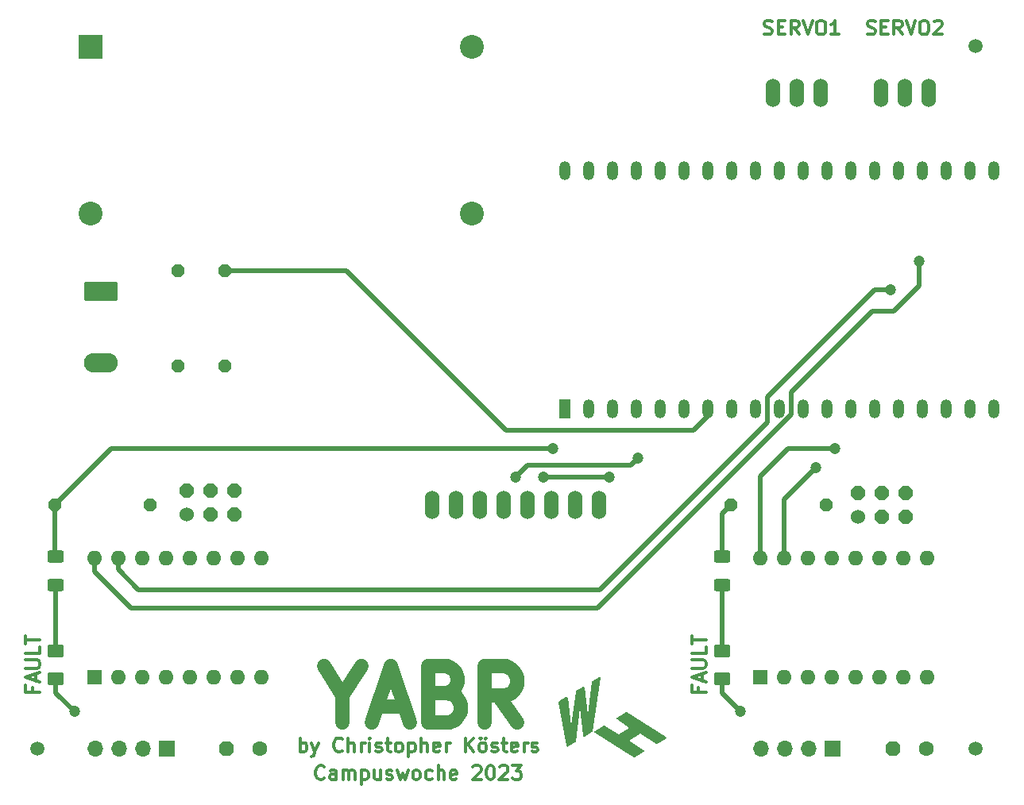
<source format=gbr>
G04 #@! TF.GenerationSoftware,KiCad,Pcbnew,7.0.6-7.0.6~ubuntu22.04.1*
G04 #@! TF.CreationDate,2023-07-18T11:05:32+02:00*
G04 #@! TF.ProjectId,YABR_Bot,59414252-5f42-46f7-942e-6b696361645f,1.0*
G04 #@! TF.SameCoordinates,Original*
G04 #@! TF.FileFunction,Copper,L1,Top*
G04 #@! TF.FilePolarity,Positive*
%FSLAX46Y46*%
G04 Gerber Fmt 4.6, Leading zero omitted, Abs format (unit mm)*
G04 Created by KiCad (PCBNEW 7.0.6-7.0.6~ubuntu22.04.1) date 2023-07-18 11:05:32*
%MOMM*%
%LPD*%
G01*
G04 APERTURE LIST*
G04 Aperture macros list*
%AMRoundRect*
0 Rectangle with rounded corners*
0 $1 Rounding radius*
0 $2 $3 $4 $5 $6 $7 $8 $9 X,Y pos of 4 corners*
0 Add a 4 corners polygon primitive as box body*
4,1,4,$2,$3,$4,$5,$6,$7,$8,$9,$2,$3,0*
0 Add four circle primitives for the rounded corners*
1,1,$1+$1,$2,$3*
1,1,$1+$1,$4,$5*
1,1,$1+$1,$6,$7*
1,1,$1+$1,$8,$9*
0 Add four rect primitives between the rounded corners*
20,1,$1+$1,$2,$3,$4,$5,0*
20,1,$1+$1,$4,$5,$6,$7,0*
20,1,$1+$1,$6,$7,$8,$9,0*
20,1,$1+$1,$8,$9,$2,$3,0*%
%AMOutline5P*
0 Free polygon, 5 corners , with rotation*
0 The origin of the aperture is its center*
0 number of corners: always 5*
0 $1 to $10 corner X, Y*
0 $11 Rotation angle, in degrees counterclockwise*
0 create outline with 5 corners*
4,1,5,$1,$2,$3,$4,$5,$6,$7,$8,$9,$10,$1,$2,$11*%
%AMOutline6P*
0 Free polygon, 6 corners , with rotation*
0 The origin of the aperture is its center*
0 number of corners: always 6*
0 $1 to $12 corner X, Y*
0 $13 Rotation angle, in degrees counterclockwise*
0 create outline with 6 corners*
4,1,6,$1,$2,$3,$4,$5,$6,$7,$8,$9,$10,$11,$12,$1,$2,$13*%
%AMOutline7P*
0 Free polygon, 7 corners , with rotation*
0 The origin of the aperture is its center*
0 number of corners: always 7*
0 $1 to $14 corner X, Y*
0 $15 Rotation angle, in degrees counterclockwise*
0 create outline with 7 corners*
4,1,7,$1,$2,$3,$4,$5,$6,$7,$8,$9,$10,$11,$12,$13,$14,$1,$2,$15*%
%AMOutline8P*
0 Free polygon, 8 corners , with rotation*
0 The origin of the aperture is its center*
0 number of corners: always 8*
0 $1 to $16 corner X, Y*
0 $17 Rotation angle, in degrees counterclockwise*
0 create outline with 8 corners*
4,1,8,$1,$2,$3,$4,$5,$6,$7,$8,$9,$10,$11,$12,$13,$14,$15,$16,$1,$2,$17*%
G04 Aperture macros list end*
%ADD10C,0.300000*%
G04 #@! TA.AperFunction,NonConductor*
%ADD11C,0.300000*%
G04 #@! TD*
%ADD12C,1.500000*%
G04 #@! TA.AperFunction,NonConductor*
%ADD13C,1.500000*%
G04 #@! TD*
G04 #@! TA.AperFunction,SMDPad,CuDef*
%ADD14C,1.500000*%
G04 #@! TD*
G04 #@! TA.AperFunction,ComponentPad*
%ADD15Outline8P,-0.660400X0.273547X-0.273547X0.660400X0.273547X0.660400X0.660400X0.273547X0.660400X-0.273547X0.273547X-0.660400X-0.273547X-0.660400X-0.660400X-0.273547X90.000000*%
G04 #@! TD*
G04 #@! TA.AperFunction,ComponentPad*
%ADD16C,1.524000*%
G04 #@! TD*
G04 #@! TA.AperFunction,ComponentPad*
%ADD17Outline8P,-0.762000X0.315631X-0.315631X0.762000X0.315631X0.762000X0.762000X0.315631X0.762000X-0.315631X0.315631X-0.762000X-0.315631X-0.762000X-0.762000X-0.315631X0.000000*%
G04 #@! TD*
G04 #@! TA.AperFunction,ComponentPad*
%ADD18O,1.524000X3.048000*%
G04 #@! TD*
G04 #@! TA.AperFunction,ComponentPad*
%ADD19RoundRect,0.250001X-1.549999X0.799999X-1.549999X-0.799999X1.549999X-0.799999X1.549999X0.799999X0*%
G04 #@! TD*
G04 #@! TA.AperFunction,ComponentPad*
%ADD20O,3.600000X2.100000*%
G04 #@! TD*
G04 #@! TA.AperFunction,ComponentPad*
%ADD21C,1.600200*%
G04 #@! TD*
G04 #@! TA.AperFunction,ComponentPad*
%ADD22Outline8P,-0.800100X0.331412X-0.331412X0.800100X0.331412X0.800100X0.800100X0.331412X0.800100X-0.331412X0.331412X-0.800100X-0.331412X-0.800100X-0.800100X-0.331412X180.000000*%
G04 #@! TD*
G04 #@! TA.AperFunction,ComponentPad*
%ADD23R,2.540000X2.540000*%
G04 #@! TD*
G04 #@! TA.AperFunction,ComponentPad*
%ADD24C,2.540000*%
G04 #@! TD*
G04 #@! TA.AperFunction,ComponentPad*
%ADD25R,1.600000X1.600000*%
G04 #@! TD*
G04 #@! TA.AperFunction,ComponentPad*
%ADD26O,1.600000X1.600000*%
G04 #@! TD*
G04 #@! TA.AperFunction,ComponentPad*
%ADD27R,1.700000X1.700000*%
G04 #@! TD*
G04 #@! TA.AperFunction,ComponentPad*
%ADD28O,1.700000X1.700000*%
G04 #@! TD*
G04 #@! TA.AperFunction,ComponentPad*
%ADD29Outline8P,-0.660400X0.273547X-0.273547X0.660400X0.273547X0.660400X0.660400X0.273547X0.660400X-0.273547X0.273547X-0.660400X-0.273547X-0.660400X-0.660400X-0.273547X180.000000*%
G04 #@! TD*
G04 #@! TA.AperFunction,SMDPad,CuDef*
%ADD30RoundRect,0.250000X-0.625000X0.400000X-0.625000X-0.400000X0.625000X-0.400000X0.625000X0.400000X0*%
G04 #@! TD*
G04 #@! TA.AperFunction,SMDPad,CuDef*
%ADD31RoundRect,0.250001X0.624999X-0.462499X0.624999X0.462499X-0.624999X0.462499X-0.624999X-0.462499X0*%
G04 #@! TD*
G04 #@! TA.AperFunction,ComponentPad*
%ADD32Outline8P,-0.660400X0.273547X-0.273547X0.660400X0.273547X0.660400X0.660400X0.273547X0.660400X-0.273547X0.273547X-0.660400X-0.273547X-0.660400X-0.660400X-0.273547X270.000000*%
G04 #@! TD*
G04 #@! TA.AperFunction,ComponentPad*
%ADD33R,1.200000X2.000000*%
G04 #@! TD*
G04 #@! TA.AperFunction,ComponentPad*
%ADD34O,1.200000X2.000000*%
G04 #@! TD*
G04 #@! TA.AperFunction,ViaPad*
%ADD35C,1.200000*%
G04 #@! TD*
G04 #@! TA.AperFunction,Conductor*
%ADD36C,0.500000*%
G04 #@! TD*
G04 #@! TA.AperFunction,Conductor*
%ADD37C,0.250000*%
G04 #@! TD*
G04 #@! TA.AperFunction,Conductor*
%ADD38C,1.250000*%
G04 #@! TD*
%ADD39C,0.350000*%
G04 APERTURE END LIST*
D10*
D11*
X95515114Y-90445489D02*
X95515114Y-90945489D01*
X96300828Y-90945489D02*
X94800828Y-90945489D01*
X94800828Y-90945489D02*
X94800828Y-90231203D01*
X95872257Y-89731203D02*
X95872257Y-89016918D01*
X96300828Y-89874060D02*
X94800828Y-89374060D01*
X94800828Y-89374060D02*
X96300828Y-88874060D01*
X94800828Y-88374061D02*
X96015114Y-88374061D01*
X96015114Y-88374061D02*
X96157971Y-88302632D01*
X96157971Y-88302632D02*
X96229400Y-88231204D01*
X96229400Y-88231204D02*
X96300828Y-88088346D01*
X96300828Y-88088346D02*
X96300828Y-87802632D01*
X96300828Y-87802632D02*
X96229400Y-87659775D01*
X96229400Y-87659775D02*
X96157971Y-87588346D01*
X96157971Y-87588346D02*
X96015114Y-87516918D01*
X96015114Y-87516918D02*
X94800828Y-87516918D01*
X96300828Y-86088346D02*
X96300828Y-86802632D01*
X96300828Y-86802632D02*
X94800828Y-86802632D01*
X94800828Y-85802631D02*
X94800828Y-84945489D01*
X96300828Y-85374060D02*
X94800828Y-85374060D01*
D10*
D11*
X113483082Y-20729400D02*
X113697368Y-20800828D01*
X113697368Y-20800828D02*
X114054510Y-20800828D01*
X114054510Y-20800828D02*
X114197368Y-20729400D01*
X114197368Y-20729400D02*
X114268796Y-20657971D01*
X114268796Y-20657971D02*
X114340225Y-20515114D01*
X114340225Y-20515114D02*
X114340225Y-20372257D01*
X114340225Y-20372257D02*
X114268796Y-20229400D01*
X114268796Y-20229400D02*
X114197368Y-20157971D01*
X114197368Y-20157971D02*
X114054510Y-20086542D01*
X114054510Y-20086542D02*
X113768796Y-20015114D01*
X113768796Y-20015114D02*
X113625939Y-19943685D01*
X113625939Y-19943685D02*
X113554510Y-19872257D01*
X113554510Y-19872257D02*
X113483082Y-19729400D01*
X113483082Y-19729400D02*
X113483082Y-19586542D01*
X113483082Y-19586542D02*
X113554510Y-19443685D01*
X113554510Y-19443685D02*
X113625939Y-19372257D01*
X113625939Y-19372257D02*
X113768796Y-19300828D01*
X113768796Y-19300828D02*
X114125939Y-19300828D01*
X114125939Y-19300828D02*
X114340225Y-19372257D01*
X114983081Y-20015114D02*
X115483081Y-20015114D01*
X115697367Y-20800828D02*
X114983081Y-20800828D01*
X114983081Y-20800828D02*
X114983081Y-19300828D01*
X114983081Y-19300828D02*
X115697367Y-19300828D01*
X117197367Y-20800828D02*
X116697367Y-20086542D01*
X116340224Y-20800828D02*
X116340224Y-19300828D01*
X116340224Y-19300828D02*
X116911653Y-19300828D01*
X116911653Y-19300828D02*
X117054510Y-19372257D01*
X117054510Y-19372257D02*
X117125939Y-19443685D01*
X117125939Y-19443685D02*
X117197367Y-19586542D01*
X117197367Y-19586542D02*
X117197367Y-19800828D01*
X117197367Y-19800828D02*
X117125939Y-19943685D01*
X117125939Y-19943685D02*
X117054510Y-20015114D01*
X117054510Y-20015114D02*
X116911653Y-20086542D01*
X116911653Y-20086542D02*
X116340224Y-20086542D01*
X117625939Y-19300828D02*
X118125939Y-20800828D01*
X118125939Y-20800828D02*
X118625939Y-19300828D01*
X119411653Y-19300828D02*
X119697367Y-19300828D01*
X119697367Y-19300828D02*
X119840224Y-19372257D01*
X119840224Y-19372257D02*
X119983081Y-19515114D01*
X119983081Y-19515114D02*
X120054510Y-19800828D01*
X120054510Y-19800828D02*
X120054510Y-20300828D01*
X120054510Y-20300828D02*
X119983081Y-20586542D01*
X119983081Y-20586542D02*
X119840224Y-20729400D01*
X119840224Y-20729400D02*
X119697367Y-20800828D01*
X119697367Y-20800828D02*
X119411653Y-20800828D01*
X119411653Y-20800828D02*
X119268796Y-20729400D01*
X119268796Y-20729400D02*
X119125938Y-20586542D01*
X119125938Y-20586542D02*
X119054510Y-20300828D01*
X119054510Y-20300828D02*
X119054510Y-19800828D01*
X119054510Y-19800828D02*
X119125938Y-19515114D01*
X119125938Y-19515114D02*
X119268796Y-19372257D01*
X119268796Y-19372257D02*
X119411653Y-19300828D01*
X120625939Y-19443685D02*
X120697367Y-19372257D01*
X120697367Y-19372257D02*
X120840225Y-19300828D01*
X120840225Y-19300828D02*
X121197367Y-19300828D01*
X121197367Y-19300828D02*
X121340225Y-19372257D01*
X121340225Y-19372257D02*
X121411653Y-19443685D01*
X121411653Y-19443685D02*
X121483082Y-19586542D01*
X121483082Y-19586542D02*
X121483082Y-19729400D01*
X121483082Y-19729400D02*
X121411653Y-19943685D01*
X121411653Y-19943685D02*
X120554510Y-20800828D01*
X120554510Y-20800828D02*
X121483082Y-20800828D01*
D10*
D11*
X53034510Y-97330828D02*
X53034510Y-95830828D01*
X53034510Y-96402257D02*
X53177368Y-96330828D01*
X53177368Y-96330828D02*
X53463082Y-96330828D01*
X53463082Y-96330828D02*
X53605939Y-96402257D01*
X53605939Y-96402257D02*
X53677368Y-96473685D01*
X53677368Y-96473685D02*
X53748796Y-96616542D01*
X53748796Y-96616542D02*
X53748796Y-97045114D01*
X53748796Y-97045114D02*
X53677368Y-97187971D01*
X53677368Y-97187971D02*
X53605939Y-97259400D01*
X53605939Y-97259400D02*
X53463082Y-97330828D01*
X53463082Y-97330828D02*
X53177368Y-97330828D01*
X53177368Y-97330828D02*
X53034510Y-97259400D01*
X54248796Y-96330828D02*
X54605939Y-97330828D01*
X54963082Y-96330828D02*
X54605939Y-97330828D01*
X54605939Y-97330828D02*
X54463082Y-97687971D01*
X54463082Y-97687971D02*
X54391653Y-97759400D01*
X54391653Y-97759400D02*
X54248796Y-97830828D01*
X57534510Y-97187971D02*
X57463082Y-97259400D01*
X57463082Y-97259400D02*
X57248796Y-97330828D01*
X57248796Y-97330828D02*
X57105939Y-97330828D01*
X57105939Y-97330828D02*
X56891653Y-97259400D01*
X56891653Y-97259400D02*
X56748796Y-97116542D01*
X56748796Y-97116542D02*
X56677367Y-96973685D01*
X56677367Y-96973685D02*
X56605939Y-96687971D01*
X56605939Y-96687971D02*
X56605939Y-96473685D01*
X56605939Y-96473685D02*
X56677367Y-96187971D01*
X56677367Y-96187971D02*
X56748796Y-96045114D01*
X56748796Y-96045114D02*
X56891653Y-95902257D01*
X56891653Y-95902257D02*
X57105939Y-95830828D01*
X57105939Y-95830828D02*
X57248796Y-95830828D01*
X57248796Y-95830828D02*
X57463082Y-95902257D01*
X57463082Y-95902257D02*
X57534510Y-95973685D01*
X58177367Y-97330828D02*
X58177367Y-95830828D01*
X58820225Y-97330828D02*
X58820225Y-96545114D01*
X58820225Y-96545114D02*
X58748796Y-96402257D01*
X58748796Y-96402257D02*
X58605939Y-96330828D01*
X58605939Y-96330828D02*
X58391653Y-96330828D01*
X58391653Y-96330828D02*
X58248796Y-96402257D01*
X58248796Y-96402257D02*
X58177367Y-96473685D01*
X59534510Y-97330828D02*
X59534510Y-96330828D01*
X59534510Y-96616542D02*
X59605939Y-96473685D01*
X59605939Y-96473685D02*
X59677368Y-96402257D01*
X59677368Y-96402257D02*
X59820225Y-96330828D01*
X59820225Y-96330828D02*
X59963082Y-96330828D01*
X60463081Y-97330828D02*
X60463081Y-96330828D01*
X60463081Y-95830828D02*
X60391653Y-95902257D01*
X60391653Y-95902257D02*
X60463081Y-95973685D01*
X60463081Y-95973685D02*
X60534510Y-95902257D01*
X60534510Y-95902257D02*
X60463081Y-95830828D01*
X60463081Y-95830828D02*
X60463081Y-95973685D01*
X61105939Y-97259400D02*
X61248796Y-97330828D01*
X61248796Y-97330828D02*
X61534510Y-97330828D01*
X61534510Y-97330828D02*
X61677367Y-97259400D01*
X61677367Y-97259400D02*
X61748796Y-97116542D01*
X61748796Y-97116542D02*
X61748796Y-97045114D01*
X61748796Y-97045114D02*
X61677367Y-96902257D01*
X61677367Y-96902257D02*
X61534510Y-96830828D01*
X61534510Y-96830828D02*
X61320225Y-96830828D01*
X61320225Y-96830828D02*
X61177367Y-96759400D01*
X61177367Y-96759400D02*
X61105939Y-96616542D01*
X61105939Y-96616542D02*
X61105939Y-96545114D01*
X61105939Y-96545114D02*
X61177367Y-96402257D01*
X61177367Y-96402257D02*
X61320225Y-96330828D01*
X61320225Y-96330828D02*
X61534510Y-96330828D01*
X61534510Y-96330828D02*
X61677367Y-96402257D01*
X62177368Y-96330828D02*
X62748796Y-96330828D01*
X62391653Y-95830828D02*
X62391653Y-97116542D01*
X62391653Y-97116542D02*
X62463082Y-97259400D01*
X62463082Y-97259400D02*
X62605939Y-97330828D01*
X62605939Y-97330828D02*
X62748796Y-97330828D01*
X63463082Y-97330828D02*
X63320225Y-97259400D01*
X63320225Y-97259400D02*
X63248796Y-97187971D01*
X63248796Y-97187971D02*
X63177368Y-97045114D01*
X63177368Y-97045114D02*
X63177368Y-96616542D01*
X63177368Y-96616542D02*
X63248796Y-96473685D01*
X63248796Y-96473685D02*
X63320225Y-96402257D01*
X63320225Y-96402257D02*
X63463082Y-96330828D01*
X63463082Y-96330828D02*
X63677368Y-96330828D01*
X63677368Y-96330828D02*
X63820225Y-96402257D01*
X63820225Y-96402257D02*
X63891654Y-96473685D01*
X63891654Y-96473685D02*
X63963082Y-96616542D01*
X63963082Y-96616542D02*
X63963082Y-97045114D01*
X63963082Y-97045114D02*
X63891654Y-97187971D01*
X63891654Y-97187971D02*
X63820225Y-97259400D01*
X63820225Y-97259400D02*
X63677368Y-97330828D01*
X63677368Y-97330828D02*
X63463082Y-97330828D01*
X64605939Y-96330828D02*
X64605939Y-97830828D01*
X64605939Y-96402257D02*
X64748797Y-96330828D01*
X64748797Y-96330828D02*
X65034511Y-96330828D01*
X65034511Y-96330828D02*
X65177368Y-96402257D01*
X65177368Y-96402257D02*
X65248797Y-96473685D01*
X65248797Y-96473685D02*
X65320225Y-96616542D01*
X65320225Y-96616542D02*
X65320225Y-97045114D01*
X65320225Y-97045114D02*
X65248797Y-97187971D01*
X65248797Y-97187971D02*
X65177368Y-97259400D01*
X65177368Y-97259400D02*
X65034511Y-97330828D01*
X65034511Y-97330828D02*
X64748797Y-97330828D01*
X64748797Y-97330828D02*
X64605939Y-97259400D01*
X65963082Y-97330828D02*
X65963082Y-95830828D01*
X66605940Y-97330828D02*
X66605940Y-96545114D01*
X66605940Y-96545114D02*
X66534511Y-96402257D01*
X66534511Y-96402257D02*
X66391654Y-96330828D01*
X66391654Y-96330828D02*
X66177368Y-96330828D01*
X66177368Y-96330828D02*
X66034511Y-96402257D01*
X66034511Y-96402257D02*
X65963082Y-96473685D01*
X67891654Y-97259400D02*
X67748797Y-97330828D01*
X67748797Y-97330828D02*
X67463083Y-97330828D01*
X67463083Y-97330828D02*
X67320225Y-97259400D01*
X67320225Y-97259400D02*
X67248797Y-97116542D01*
X67248797Y-97116542D02*
X67248797Y-96545114D01*
X67248797Y-96545114D02*
X67320225Y-96402257D01*
X67320225Y-96402257D02*
X67463083Y-96330828D01*
X67463083Y-96330828D02*
X67748797Y-96330828D01*
X67748797Y-96330828D02*
X67891654Y-96402257D01*
X67891654Y-96402257D02*
X67963083Y-96545114D01*
X67963083Y-96545114D02*
X67963083Y-96687971D01*
X67963083Y-96687971D02*
X67248797Y-96830828D01*
X68605939Y-97330828D02*
X68605939Y-96330828D01*
X68605939Y-96616542D02*
X68677368Y-96473685D01*
X68677368Y-96473685D02*
X68748797Y-96402257D01*
X68748797Y-96402257D02*
X68891654Y-96330828D01*
X68891654Y-96330828D02*
X69034511Y-96330828D01*
X70677367Y-97330828D02*
X70677367Y-95830828D01*
X71534510Y-97330828D02*
X70891653Y-96473685D01*
X71534510Y-95830828D02*
X70677367Y-96687971D01*
X72391653Y-97330828D02*
X72248796Y-97259400D01*
X72248796Y-97259400D02*
X72177367Y-97187971D01*
X72177367Y-97187971D02*
X72105939Y-97045114D01*
X72105939Y-97045114D02*
X72105939Y-96616542D01*
X72105939Y-96616542D02*
X72177367Y-96473685D01*
X72177367Y-96473685D02*
X72248796Y-96402257D01*
X72248796Y-96402257D02*
X72391653Y-96330828D01*
X72391653Y-96330828D02*
X72605939Y-96330828D01*
X72605939Y-96330828D02*
X72748796Y-96402257D01*
X72748796Y-96402257D02*
X72820225Y-96473685D01*
X72820225Y-96473685D02*
X72891653Y-96616542D01*
X72891653Y-96616542D02*
X72891653Y-97045114D01*
X72891653Y-97045114D02*
X72820225Y-97187971D01*
X72820225Y-97187971D02*
X72748796Y-97259400D01*
X72748796Y-97259400D02*
X72605939Y-97330828D01*
X72605939Y-97330828D02*
X72391653Y-97330828D01*
X72248796Y-95830828D02*
X72320225Y-95902257D01*
X72320225Y-95902257D02*
X72248796Y-95973685D01*
X72248796Y-95973685D02*
X72177367Y-95902257D01*
X72177367Y-95902257D02*
X72248796Y-95830828D01*
X72248796Y-95830828D02*
X72248796Y-95973685D01*
X72820225Y-95830828D02*
X72891653Y-95902257D01*
X72891653Y-95902257D02*
X72820225Y-95973685D01*
X72820225Y-95973685D02*
X72748796Y-95902257D01*
X72748796Y-95902257D02*
X72820225Y-95830828D01*
X72820225Y-95830828D02*
X72820225Y-95973685D01*
X73463082Y-97259400D02*
X73605939Y-97330828D01*
X73605939Y-97330828D02*
X73891653Y-97330828D01*
X73891653Y-97330828D02*
X74034510Y-97259400D01*
X74034510Y-97259400D02*
X74105939Y-97116542D01*
X74105939Y-97116542D02*
X74105939Y-97045114D01*
X74105939Y-97045114D02*
X74034510Y-96902257D01*
X74034510Y-96902257D02*
X73891653Y-96830828D01*
X73891653Y-96830828D02*
X73677368Y-96830828D01*
X73677368Y-96830828D02*
X73534510Y-96759400D01*
X73534510Y-96759400D02*
X73463082Y-96616542D01*
X73463082Y-96616542D02*
X73463082Y-96545114D01*
X73463082Y-96545114D02*
X73534510Y-96402257D01*
X73534510Y-96402257D02*
X73677368Y-96330828D01*
X73677368Y-96330828D02*
X73891653Y-96330828D01*
X73891653Y-96330828D02*
X74034510Y-96402257D01*
X74534511Y-96330828D02*
X75105939Y-96330828D01*
X74748796Y-95830828D02*
X74748796Y-97116542D01*
X74748796Y-97116542D02*
X74820225Y-97259400D01*
X74820225Y-97259400D02*
X74963082Y-97330828D01*
X74963082Y-97330828D02*
X75105939Y-97330828D01*
X76177368Y-97259400D02*
X76034511Y-97330828D01*
X76034511Y-97330828D02*
X75748797Y-97330828D01*
X75748797Y-97330828D02*
X75605939Y-97259400D01*
X75605939Y-97259400D02*
X75534511Y-97116542D01*
X75534511Y-97116542D02*
X75534511Y-96545114D01*
X75534511Y-96545114D02*
X75605939Y-96402257D01*
X75605939Y-96402257D02*
X75748797Y-96330828D01*
X75748797Y-96330828D02*
X76034511Y-96330828D01*
X76034511Y-96330828D02*
X76177368Y-96402257D01*
X76177368Y-96402257D02*
X76248797Y-96545114D01*
X76248797Y-96545114D02*
X76248797Y-96687971D01*
X76248797Y-96687971D02*
X75534511Y-96830828D01*
X76891653Y-97330828D02*
X76891653Y-96330828D01*
X76891653Y-96616542D02*
X76963082Y-96473685D01*
X76963082Y-96473685D02*
X77034511Y-96402257D01*
X77034511Y-96402257D02*
X77177368Y-96330828D01*
X77177368Y-96330828D02*
X77320225Y-96330828D01*
X77748796Y-97259400D02*
X77891653Y-97330828D01*
X77891653Y-97330828D02*
X78177367Y-97330828D01*
X78177367Y-97330828D02*
X78320224Y-97259400D01*
X78320224Y-97259400D02*
X78391653Y-97116542D01*
X78391653Y-97116542D02*
X78391653Y-97045114D01*
X78391653Y-97045114D02*
X78320224Y-96902257D01*
X78320224Y-96902257D02*
X78177367Y-96830828D01*
X78177367Y-96830828D02*
X77963082Y-96830828D01*
X77963082Y-96830828D02*
X77820224Y-96759400D01*
X77820224Y-96759400D02*
X77748796Y-96616542D01*
X77748796Y-96616542D02*
X77748796Y-96545114D01*
X77748796Y-96545114D02*
X77820224Y-96402257D01*
X77820224Y-96402257D02*
X77963082Y-96330828D01*
X77963082Y-96330828D02*
X78177367Y-96330828D01*
X78177367Y-96330828D02*
X78320224Y-96402257D01*
D10*
D11*
X55611653Y-100137971D02*
X55540225Y-100209400D01*
X55540225Y-100209400D02*
X55325939Y-100280828D01*
X55325939Y-100280828D02*
X55183082Y-100280828D01*
X55183082Y-100280828D02*
X54968796Y-100209400D01*
X54968796Y-100209400D02*
X54825939Y-100066542D01*
X54825939Y-100066542D02*
X54754510Y-99923685D01*
X54754510Y-99923685D02*
X54683082Y-99637971D01*
X54683082Y-99637971D02*
X54683082Y-99423685D01*
X54683082Y-99423685D02*
X54754510Y-99137971D01*
X54754510Y-99137971D02*
X54825939Y-98995114D01*
X54825939Y-98995114D02*
X54968796Y-98852257D01*
X54968796Y-98852257D02*
X55183082Y-98780828D01*
X55183082Y-98780828D02*
X55325939Y-98780828D01*
X55325939Y-98780828D02*
X55540225Y-98852257D01*
X55540225Y-98852257D02*
X55611653Y-98923685D01*
X56897368Y-100280828D02*
X56897368Y-99495114D01*
X56897368Y-99495114D02*
X56825939Y-99352257D01*
X56825939Y-99352257D02*
X56683082Y-99280828D01*
X56683082Y-99280828D02*
X56397368Y-99280828D01*
X56397368Y-99280828D02*
X56254510Y-99352257D01*
X56897368Y-100209400D02*
X56754510Y-100280828D01*
X56754510Y-100280828D02*
X56397368Y-100280828D01*
X56397368Y-100280828D02*
X56254510Y-100209400D01*
X56254510Y-100209400D02*
X56183082Y-100066542D01*
X56183082Y-100066542D02*
X56183082Y-99923685D01*
X56183082Y-99923685D02*
X56254510Y-99780828D01*
X56254510Y-99780828D02*
X56397368Y-99709400D01*
X56397368Y-99709400D02*
X56754510Y-99709400D01*
X56754510Y-99709400D02*
X56897368Y-99637971D01*
X57611653Y-100280828D02*
X57611653Y-99280828D01*
X57611653Y-99423685D02*
X57683082Y-99352257D01*
X57683082Y-99352257D02*
X57825939Y-99280828D01*
X57825939Y-99280828D02*
X58040225Y-99280828D01*
X58040225Y-99280828D02*
X58183082Y-99352257D01*
X58183082Y-99352257D02*
X58254511Y-99495114D01*
X58254511Y-99495114D02*
X58254511Y-100280828D01*
X58254511Y-99495114D02*
X58325939Y-99352257D01*
X58325939Y-99352257D02*
X58468796Y-99280828D01*
X58468796Y-99280828D02*
X58683082Y-99280828D01*
X58683082Y-99280828D02*
X58825939Y-99352257D01*
X58825939Y-99352257D02*
X58897368Y-99495114D01*
X58897368Y-99495114D02*
X58897368Y-100280828D01*
X59611653Y-99280828D02*
X59611653Y-100780828D01*
X59611653Y-99352257D02*
X59754511Y-99280828D01*
X59754511Y-99280828D02*
X60040225Y-99280828D01*
X60040225Y-99280828D02*
X60183082Y-99352257D01*
X60183082Y-99352257D02*
X60254511Y-99423685D01*
X60254511Y-99423685D02*
X60325939Y-99566542D01*
X60325939Y-99566542D02*
X60325939Y-99995114D01*
X60325939Y-99995114D02*
X60254511Y-100137971D01*
X60254511Y-100137971D02*
X60183082Y-100209400D01*
X60183082Y-100209400D02*
X60040225Y-100280828D01*
X60040225Y-100280828D02*
X59754511Y-100280828D01*
X59754511Y-100280828D02*
X59611653Y-100209400D01*
X61611654Y-99280828D02*
X61611654Y-100280828D01*
X60968796Y-99280828D02*
X60968796Y-100066542D01*
X60968796Y-100066542D02*
X61040225Y-100209400D01*
X61040225Y-100209400D02*
X61183082Y-100280828D01*
X61183082Y-100280828D02*
X61397368Y-100280828D01*
X61397368Y-100280828D02*
X61540225Y-100209400D01*
X61540225Y-100209400D02*
X61611654Y-100137971D01*
X62254511Y-100209400D02*
X62397368Y-100280828D01*
X62397368Y-100280828D02*
X62683082Y-100280828D01*
X62683082Y-100280828D02*
X62825939Y-100209400D01*
X62825939Y-100209400D02*
X62897368Y-100066542D01*
X62897368Y-100066542D02*
X62897368Y-99995114D01*
X62897368Y-99995114D02*
X62825939Y-99852257D01*
X62825939Y-99852257D02*
X62683082Y-99780828D01*
X62683082Y-99780828D02*
X62468797Y-99780828D01*
X62468797Y-99780828D02*
X62325939Y-99709400D01*
X62325939Y-99709400D02*
X62254511Y-99566542D01*
X62254511Y-99566542D02*
X62254511Y-99495114D01*
X62254511Y-99495114D02*
X62325939Y-99352257D01*
X62325939Y-99352257D02*
X62468797Y-99280828D01*
X62468797Y-99280828D02*
X62683082Y-99280828D01*
X62683082Y-99280828D02*
X62825939Y-99352257D01*
X63397368Y-99280828D02*
X63683083Y-100280828D01*
X63683083Y-100280828D02*
X63968797Y-99566542D01*
X63968797Y-99566542D02*
X64254511Y-100280828D01*
X64254511Y-100280828D02*
X64540225Y-99280828D01*
X65325940Y-100280828D02*
X65183083Y-100209400D01*
X65183083Y-100209400D02*
X65111654Y-100137971D01*
X65111654Y-100137971D02*
X65040226Y-99995114D01*
X65040226Y-99995114D02*
X65040226Y-99566542D01*
X65040226Y-99566542D02*
X65111654Y-99423685D01*
X65111654Y-99423685D02*
X65183083Y-99352257D01*
X65183083Y-99352257D02*
X65325940Y-99280828D01*
X65325940Y-99280828D02*
X65540226Y-99280828D01*
X65540226Y-99280828D02*
X65683083Y-99352257D01*
X65683083Y-99352257D02*
X65754512Y-99423685D01*
X65754512Y-99423685D02*
X65825940Y-99566542D01*
X65825940Y-99566542D02*
X65825940Y-99995114D01*
X65825940Y-99995114D02*
X65754512Y-100137971D01*
X65754512Y-100137971D02*
X65683083Y-100209400D01*
X65683083Y-100209400D02*
X65540226Y-100280828D01*
X65540226Y-100280828D02*
X65325940Y-100280828D01*
X67111655Y-100209400D02*
X66968797Y-100280828D01*
X66968797Y-100280828D02*
X66683083Y-100280828D01*
X66683083Y-100280828D02*
X66540226Y-100209400D01*
X66540226Y-100209400D02*
X66468797Y-100137971D01*
X66468797Y-100137971D02*
X66397369Y-99995114D01*
X66397369Y-99995114D02*
X66397369Y-99566542D01*
X66397369Y-99566542D02*
X66468797Y-99423685D01*
X66468797Y-99423685D02*
X66540226Y-99352257D01*
X66540226Y-99352257D02*
X66683083Y-99280828D01*
X66683083Y-99280828D02*
X66968797Y-99280828D01*
X66968797Y-99280828D02*
X67111655Y-99352257D01*
X67754511Y-100280828D02*
X67754511Y-98780828D01*
X68397369Y-100280828D02*
X68397369Y-99495114D01*
X68397369Y-99495114D02*
X68325940Y-99352257D01*
X68325940Y-99352257D02*
X68183083Y-99280828D01*
X68183083Y-99280828D02*
X67968797Y-99280828D01*
X67968797Y-99280828D02*
X67825940Y-99352257D01*
X67825940Y-99352257D02*
X67754511Y-99423685D01*
X69683083Y-100209400D02*
X69540226Y-100280828D01*
X69540226Y-100280828D02*
X69254512Y-100280828D01*
X69254512Y-100280828D02*
X69111654Y-100209400D01*
X69111654Y-100209400D02*
X69040226Y-100066542D01*
X69040226Y-100066542D02*
X69040226Y-99495114D01*
X69040226Y-99495114D02*
X69111654Y-99352257D01*
X69111654Y-99352257D02*
X69254512Y-99280828D01*
X69254512Y-99280828D02*
X69540226Y-99280828D01*
X69540226Y-99280828D02*
X69683083Y-99352257D01*
X69683083Y-99352257D02*
X69754512Y-99495114D01*
X69754512Y-99495114D02*
X69754512Y-99637971D01*
X69754512Y-99637971D02*
X69040226Y-99780828D01*
X71468797Y-98923685D02*
X71540225Y-98852257D01*
X71540225Y-98852257D02*
X71683083Y-98780828D01*
X71683083Y-98780828D02*
X72040225Y-98780828D01*
X72040225Y-98780828D02*
X72183083Y-98852257D01*
X72183083Y-98852257D02*
X72254511Y-98923685D01*
X72254511Y-98923685D02*
X72325940Y-99066542D01*
X72325940Y-99066542D02*
X72325940Y-99209400D01*
X72325940Y-99209400D02*
X72254511Y-99423685D01*
X72254511Y-99423685D02*
X71397368Y-100280828D01*
X71397368Y-100280828D02*
X72325940Y-100280828D01*
X73254511Y-98780828D02*
X73397368Y-98780828D01*
X73397368Y-98780828D02*
X73540225Y-98852257D01*
X73540225Y-98852257D02*
X73611654Y-98923685D01*
X73611654Y-98923685D02*
X73683082Y-99066542D01*
X73683082Y-99066542D02*
X73754511Y-99352257D01*
X73754511Y-99352257D02*
X73754511Y-99709400D01*
X73754511Y-99709400D02*
X73683082Y-99995114D01*
X73683082Y-99995114D02*
X73611654Y-100137971D01*
X73611654Y-100137971D02*
X73540225Y-100209400D01*
X73540225Y-100209400D02*
X73397368Y-100280828D01*
X73397368Y-100280828D02*
X73254511Y-100280828D01*
X73254511Y-100280828D02*
X73111654Y-100209400D01*
X73111654Y-100209400D02*
X73040225Y-100137971D01*
X73040225Y-100137971D02*
X72968796Y-99995114D01*
X72968796Y-99995114D02*
X72897368Y-99709400D01*
X72897368Y-99709400D02*
X72897368Y-99352257D01*
X72897368Y-99352257D02*
X72968796Y-99066542D01*
X72968796Y-99066542D02*
X73040225Y-98923685D01*
X73040225Y-98923685D02*
X73111654Y-98852257D01*
X73111654Y-98852257D02*
X73254511Y-98780828D01*
X74325939Y-98923685D02*
X74397367Y-98852257D01*
X74397367Y-98852257D02*
X74540225Y-98780828D01*
X74540225Y-98780828D02*
X74897367Y-98780828D01*
X74897367Y-98780828D02*
X75040225Y-98852257D01*
X75040225Y-98852257D02*
X75111653Y-98923685D01*
X75111653Y-98923685D02*
X75183082Y-99066542D01*
X75183082Y-99066542D02*
X75183082Y-99209400D01*
X75183082Y-99209400D02*
X75111653Y-99423685D01*
X75111653Y-99423685D02*
X74254510Y-100280828D01*
X74254510Y-100280828D02*
X75183082Y-100280828D01*
X75683081Y-98780828D02*
X76611653Y-98780828D01*
X76611653Y-98780828D02*
X76111653Y-99352257D01*
X76111653Y-99352257D02*
X76325938Y-99352257D01*
X76325938Y-99352257D02*
X76468796Y-99423685D01*
X76468796Y-99423685D02*
X76540224Y-99495114D01*
X76540224Y-99495114D02*
X76611653Y-99637971D01*
X76611653Y-99637971D02*
X76611653Y-99995114D01*
X76611653Y-99995114D02*
X76540224Y-100137971D01*
X76540224Y-100137971D02*
X76468796Y-100209400D01*
X76468796Y-100209400D02*
X76325938Y-100280828D01*
X76325938Y-100280828D02*
X75897367Y-100280828D01*
X75897367Y-100280828D02*
X75754510Y-100209400D01*
X75754510Y-100209400D02*
X75683081Y-100137971D01*
D12*
D13*
X57558270Y-91330571D02*
X57558270Y-94187714D01*
X55558270Y-88187714D02*
X57558270Y-91330571D01*
X57558270Y-91330571D02*
X59558270Y-88187714D01*
X61272556Y-92473428D02*
X64129699Y-92473428D01*
X60701127Y-94187714D02*
X62701127Y-88187714D01*
X62701127Y-88187714D02*
X64701127Y-94187714D01*
X68701127Y-91044857D02*
X69558270Y-91330571D01*
X69558270Y-91330571D02*
X69843984Y-91616285D01*
X69843984Y-91616285D02*
X70129698Y-92187714D01*
X70129698Y-92187714D02*
X70129698Y-93044857D01*
X70129698Y-93044857D02*
X69843984Y-93616285D01*
X69843984Y-93616285D02*
X69558270Y-93902000D01*
X69558270Y-93902000D02*
X68986841Y-94187714D01*
X68986841Y-94187714D02*
X66701127Y-94187714D01*
X66701127Y-94187714D02*
X66701127Y-88187714D01*
X66701127Y-88187714D02*
X68701127Y-88187714D01*
X68701127Y-88187714D02*
X69272556Y-88473428D01*
X69272556Y-88473428D02*
X69558270Y-88759142D01*
X69558270Y-88759142D02*
X69843984Y-89330571D01*
X69843984Y-89330571D02*
X69843984Y-89902000D01*
X69843984Y-89902000D02*
X69558270Y-90473428D01*
X69558270Y-90473428D02*
X69272556Y-90759142D01*
X69272556Y-90759142D02*
X68701127Y-91044857D01*
X68701127Y-91044857D02*
X66701127Y-91044857D01*
X76129698Y-94187714D02*
X74129698Y-91330571D01*
X72701127Y-94187714D02*
X72701127Y-88187714D01*
X72701127Y-88187714D02*
X74986841Y-88187714D01*
X74986841Y-88187714D02*
X75558270Y-88473428D01*
X75558270Y-88473428D02*
X75843984Y-88759142D01*
X75843984Y-88759142D02*
X76129698Y-89330571D01*
X76129698Y-89330571D02*
X76129698Y-90187714D01*
X76129698Y-90187714D02*
X75843984Y-90759142D01*
X75843984Y-90759142D02*
X75558270Y-91044857D01*
X75558270Y-91044857D02*
X74986841Y-91330571D01*
X74986841Y-91330571D02*
X72701127Y-91330571D01*
D10*
D11*
X102483082Y-20729400D02*
X102697368Y-20800828D01*
X102697368Y-20800828D02*
X103054510Y-20800828D01*
X103054510Y-20800828D02*
X103197368Y-20729400D01*
X103197368Y-20729400D02*
X103268796Y-20657971D01*
X103268796Y-20657971D02*
X103340225Y-20515114D01*
X103340225Y-20515114D02*
X103340225Y-20372257D01*
X103340225Y-20372257D02*
X103268796Y-20229400D01*
X103268796Y-20229400D02*
X103197368Y-20157971D01*
X103197368Y-20157971D02*
X103054510Y-20086542D01*
X103054510Y-20086542D02*
X102768796Y-20015114D01*
X102768796Y-20015114D02*
X102625939Y-19943685D01*
X102625939Y-19943685D02*
X102554510Y-19872257D01*
X102554510Y-19872257D02*
X102483082Y-19729400D01*
X102483082Y-19729400D02*
X102483082Y-19586542D01*
X102483082Y-19586542D02*
X102554510Y-19443685D01*
X102554510Y-19443685D02*
X102625939Y-19372257D01*
X102625939Y-19372257D02*
X102768796Y-19300828D01*
X102768796Y-19300828D02*
X103125939Y-19300828D01*
X103125939Y-19300828D02*
X103340225Y-19372257D01*
X103983081Y-20015114D02*
X104483081Y-20015114D01*
X104697367Y-20800828D02*
X103983081Y-20800828D01*
X103983081Y-20800828D02*
X103983081Y-19300828D01*
X103983081Y-19300828D02*
X104697367Y-19300828D01*
X106197367Y-20800828D02*
X105697367Y-20086542D01*
X105340224Y-20800828D02*
X105340224Y-19300828D01*
X105340224Y-19300828D02*
X105911653Y-19300828D01*
X105911653Y-19300828D02*
X106054510Y-19372257D01*
X106054510Y-19372257D02*
X106125939Y-19443685D01*
X106125939Y-19443685D02*
X106197367Y-19586542D01*
X106197367Y-19586542D02*
X106197367Y-19800828D01*
X106197367Y-19800828D02*
X106125939Y-19943685D01*
X106125939Y-19943685D02*
X106054510Y-20015114D01*
X106054510Y-20015114D02*
X105911653Y-20086542D01*
X105911653Y-20086542D02*
X105340224Y-20086542D01*
X106625939Y-19300828D02*
X107125939Y-20800828D01*
X107125939Y-20800828D02*
X107625939Y-19300828D01*
X108411653Y-19300828D02*
X108697367Y-19300828D01*
X108697367Y-19300828D02*
X108840224Y-19372257D01*
X108840224Y-19372257D02*
X108983081Y-19515114D01*
X108983081Y-19515114D02*
X109054510Y-19800828D01*
X109054510Y-19800828D02*
X109054510Y-20300828D01*
X109054510Y-20300828D02*
X108983081Y-20586542D01*
X108983081Y-20586542D02*
X108840224Y-20729400D01*
X108840224Y-20729400D02*
X108697367Y-20800828D01*
X108697367Y-20800828D02*
X108411653Y-20800828D01*
X108411653Y-20800828D02*
X108268796Y-20729400D01*
X108268796Y-20729400D02*
X108125938Y-20586542D01*
X108125938Y-20586542D02*
X108054510Y-20300828D01*
X108054510Y-20300828D02*
X108054510Y-19800828D01*
X108054510Y-19800828D02*
X108125938Y-19515114D01*
X108125938Y-19515114D02*
X108268796Y-19372257D01*
X108268796Y-19372257D02*
X108411653Y-19300828D01*
X110483082Y-20800828D02*
X109625939Y-20800828D01*
X110054510Y-20800828D02*
X110054510Y-19300828D01*
X110054510Y-19300828D02*
X109911653Y-19515114D01*
X109911653Y-19515114D02*
X109768796Y-19657971D01*
X109768796Y-19657971D02*
X109625939Y-19729400D01*
D10*
D11*
X24515114Y-90445489D02*
X24515114Y-90945489D01*
X25300828Y-90945489D02*
X23800828Y-90945489D01*
X23800828Y-90945489D02*
X23800828Y-90231203D01*
X24872257Y-89731203D02*
X24872257Y-89016918D01*
X25300828Y-89874060D02*
X23800828Y-89374060D01*
X23800828Y-89374060D02*
X25300828Y-88874060D01*
X23800828Y-88374061D02*
X25015114Y-88374061D01*
X25015114Y-88374061D02*
X25157971Y-88302632D01*
X25157971Y-88302632D02*
X25229400Y-88231204D01*
X25229400Y-88231204D02*
X25300828Y-88088346D01*
X25300828Y-88088346D02*
X25300828Y-87802632D01*
X25300828Y-87802632D02*
X25229400Y-87659775D01*
X25229400Y-87659775D02*
X25157971Y-87588346D01*
X25157971Y-87588346D02*
X25015114Y-87516918D01*
X25015114Y-87516918D02*
X23800828Y-87516918D01*
X25300828Y-86088346D02*
X25300828Y-86802632D01*
X25300828Y-86802632D02*
X23800828Y-86802632D01*
X23800828Y-85802631D02*
X23800828Y-84945489D01*
X25300828Y-85374060D02*
X23800828Y-85374060D01*
D14*
G04 #@! TO.P,FID3,*
G04 #@! TO.N,*
X125000000Y-22000000D03*
G04 #@! TD*
G04 #@! TO.P,FID2,*
G04 #@! TO.N,*
X125000000Y-97000000D03*
G04 #@! TD*
G04 #@! TO.P,FID1,*
G04 #@! TO.N,*
X25000000Y-97000000D03*
G04 #@! TD*
D15*
G04 #@! TO.P,R6,1,1*
G04 #@! TO.N,GND*
X45000000Y-56160000D03*
G04 #@! TO.P,R6,2,2*
G04 #@! TO.N,/VSENS*
X45000000Y-46000000D03*
G04 #@! TD*
D16*
G04 #@! TO.P,SV1,1,1*
G04 #@! TO.N,Net-(U2-M2)*
X112460000Y-72270000D03*
D17*
G04 #@! TO.P,SV1,2,2*
G04 #@! TO.N,Net-(R1-Pad1)*
X112460000Y-69730000D03*
G04 #@! TO.P,SV1,3,3*
G04 #@! TO.N,Net-(U2-M1)*
X115000000Y-72270000D03*
G04 #@! TO.P,SV1,4,4*
G04 #@! TO.N,Net-(R1-Pad1)*
X115000000Y-69730000D03*
G04 #@! TO.P,SV1,5,5*
G04 #@! TO.N,Net-(U2-M0)*
X117540000Y-72270000D03*
G04 #@! TO.P,SV1,6,6*
G04 #@! TO.N,Net-(R1-Pad1)*
X117540000Y-69730000D03*
G04 #@! TD*
D18*
G04 #@! TO.P,JP1,1,1*
G04 #@! TO.N,+5V*
X84890000Y-71000000D03*
G04 #@! TO.P,JP1,2,2*
G04 #@! TO.N,GND*
X82350000Y-71000000D03*
G04 #@! TO.P,JP1,3,3*
G04 #@! TO.N,/SCL*
X79810000Y-71000000D03*
G04 #@! TO.P,JP1,4,4*
G04 #@! TO.N,/SDL*
X77270000Y-71000000D03*
G04 #@! TO.P,JP1,5,5*
G04 #@! TO.N,/XDA*
X74730000Y-71000000D03*
G04 #@! TO.P,JP1,6,6*
G04 #@! TO.N,/XCL*
X72190000Y-71000000D03*
G04 #@! TO.P,JP1,7,7*
G04 #@! TO.N,/AD0*
X69650000Y-71000000D03*
G04 #@! TO.P,JP1,8,8*
G04 #@! TO.N,/INT*
X67110000Y-71000000D03*
G04 #@! TD*
D19*
G04 #@! TO.P,J3,1,Pin_1*
G04 #@! TO.N,GND*
X31777500Y-48190000D03*
D20*
G04 #@! TO.P,J3,2,Pin_2*
G04 #@! TO.N,VMOT*
X31777500Y-55810000D03*
G04 #@! TD*
D21*
G04 #@! TO.P,C2,+,+*
G04 #@! TO.N,VMOT*
X119778000Y-97000000D03*
D22*
G04 #@! TO.P,C2,-,-*
G04 #@! TO.N,GND*
X116222000Y-97000000D03*
G04 #@! TD*
D18*
G04 #@! TO.P,J2,1,S*
G04 #@! TO.N,+5V*
X114920000Y-27000000D03*
G04 #@! TO.P,J2,2,S*
G04 #@! TO.N,/SERVO2*
X117460000Y-27000000D03*
G04 #@! TO.P,J2,3,S*
G04 #@! TO.N,GND*
X120000000Y-27000000D03*
G04 #@! TD*
D23*
G04 #@! TO.P,U4,1,Vin*
G04 #@! TO.N,VMOT*
X30680000Y-22110000D03*
D24*
G04 #@! TO.P,U4,2,GND*
G04 #@! TO.N,GND*
X30680000Y-39890000D03*
G04 #@! TO.P,U4,3,GND*
X71320000Y-39890000D03*
G04 #@! TO.P,U4,4,Vout*
G04 #@! TO.N,+5V*
X71320000Y-22110000D03*
G04 #@! TD*
D25*
G04 #@! TO.P,U3,1,GND*
G04 #@! TO.N,GND*
X31110000Y-89350000D03*
D26*
G04 #@! TO.P,U3,2,FLT*
G04 #@! TO.N,Net-(D2-K)*
X33650000Y-89350000D03*
G04 #@! TO.P,U3,3,A2*
G04 #@! TO.N,Net-(U3-A2)*
X36190000Y-89350000D03*
G04 #@! TO.P,U3,4,A1*
G04 #@! TO.N,Net-(U3-A1)*
X38730000Y-89350000D03*
G04 #@! TO.P,U3,5,B1*
G04 #@! TO.N,Net-(M2--)*
X41270000Y-89350000D03*
G04 #@! TO.P,U3,6,B2*
G04 #@! TO.N,Net-(U3-B2)*
X43810000Y-89350000D03*
G04 #@! TO.P,U3,7,GND*
G04 #@! TO.N,GND*
X46350000Y-89350000D03*
G04 #@! TO.P,U3,8,VMOT*
G04 #@! TO.N,VMOT*
X48890000Y-89350000D03*
G04 #@! TO.P,U3,9,EN*
G04 #@! TO.N,unconnected-(U3-EN-Pad9)*
X48890000Y-76650000D03*
G04 #@! TO.P,U3,10,M0*
G04 #@! TO.N,Net-(U3-M0)*
X46350000Y-76650000D03*
G04 #@! TO.P,U3,11,M1*
G04 #@! TO.N,Net-(U3-M1)*
X43810000Y-76650000D03*
G04 #@! TO.P,U3,12,M2*
G04 #@! TO.N,Net-(U3-M2)*
X41270000Y-76650000D03*
G04 #@! TO.P,U3,13,RST*
G04 #@! TO.N,Net-(U3-RST)*
X38730000Y-76650000D03*
G04 #@! TO.P,U3,14,SLP*
X36190000Y-76650000D03*
G04 #@! TO.P,U3,15,STP*
G04 #@! TO.N,/STP2*
X33650000Y-76650000D03*
G04 #@! TO.P,U3,16,DIR*
G04 #@! TO.N,/DIR2*
X31110000Y-76650000D03*
G04 #@! TD*
D27*
G04 #@! TO.P,M2,1*
G04 #@! TO.N,Net-(U3-B2)*
X38800000Y-97000000D03*
D28*
G04 #@! TO.P,M2,2,-*
G04 #@! TO.N,Net-(M2--)*
X36260000Y-97000000D03*
G04 #@! TO.P,M2,3*
G04 #@! TO.N,Net-(U3-A1)*
X33720000Y-97000000D03*
G04 #@! TO.P,M2,4*
G04 #@! TO.N,Net-(U3-A2)*
X31180000Y-97000000D03*
G04 #@! TD*
D29*
G04 #@! TO.P,R3,1,1*
G04 #@! TO.N,Net-(R3-Pad1)*
X37080000Y-71000000D03*
G04 #@! TO.P,R3,2,2*
G04 #@! TO.N,+5V*
X26920000Y-71000000D03*
G04 #@! TD*
G04 #@! TO.P,R1,1,1*
G04 #@! TO.N,Net-(R1-Pad1)*
X109080000Y-71000000D03*
G04 #@! TO.P,R1,2,2*
G04 #@! TO.N,+5V*
X98920000Y-71000000D03*
G04 #@! TD*
D25*
G04 #@! TO.P,U2,1,GND*
G04 #@! TO.N,GND*
X102110000Y-89350000D03*
D26*
G04 #@! TO.P,U2,2,FLT*
G04 #@! TO.N,Net-(D1-K)*
X104650000Y-89350000D03*
G04 #@! TO.P,U2,3,A2*
G04 #@! TO.N,Net-(U2-A2)*
X107190000Y-89350000D03*
G04 #@! TO.P,U2,4,A1*
G04 #@! TO.N,Net-(U2-A1)*
X109730000Y-89350000D03*
G04 #@! TO.P,U2,5,B1*
G04 #@! TO.N,Net-(M1--)*
X112270000Y-89350000D03*
G04 #@! TO.P,U2,6,B2*
G04 #@! TO.N,Net-(U2-B2)*
X114810000Y-89350000D03*
G04 #@! TO.P,U2,7,GND*
G04 #@! TO.N,GND*
X117350000Y-89350000D03*
G04 #@! TO.P,U2,8,VMOT*
G04 #@! TO.N,VMOT*
X119890000Y-89350000D03*
G04 #@! TO.P,U2,9,EN*
G04 #@! TO.N,unconnected-(U2-EN-Pad9)*
X119890000Y-76650000D03*
G04 #@! TO.P,U2,10,M0*
G04 #@! TO.N,Net-(U2-M0)*
X117350000Y-76650000D03*
G04 #@! TO.P,U2,11,M1*
G04 #@! TO.N,Net-(U2-M1)*
X114810000Y-76650000D03*
G04 #@! TO.P,U2,12,M2*
G04 #@! TO.N,Net-(U2-M2)*
X112270000Y-76650000D03*
G04 #@! TO.P,U2,13,RST*
G04 #@! TO.N,Net-(U2-RST)*
X109730000Y-76650000D03*
G04 #@! TO.P,U2,14,SLP*
X107190000Y-76650000D03*
G04 #@! TO.P,U2,15,STP*
G04 #@! TO.N,/STP1*
X104650000Y-76650000D03*
G04 #@! TO.P,U2,16,DIR*
G04 #@! TO.N,/DIR1*
X102110000Y-76650000D03*
G04 #@! TD*
D16*
G04 #@! TO.P,SV2,1,1*
G04 #@! TO.N,Net-(U3-M2)*
X40920000Y-72000000D03*
D17*
G04 #@! TO.P,SV2,2,2*
G04 #@! TO.N,Net-(R3-Pad1)*
X40920000Y-69460000D03*
G04 #@! TO.P,SV2,3,3*
G04 #@! TO.N,Net-(U3-M1)*
X43460000Y-72000000D03*
G04 #@! TO.P,SV2,4,4*
G04 #@! TO.N,Net-(R3-Pad1)*
X43460000Y-69460000D03*
G04 #@! TO.P,SV2,5,5*
G04 #@! TO.N,Net-(U3-M0)*
X46000000Y-72000000D03*
G04 #@! TO.P,SV2,6,6*
G04 #@! TO.N,Net-(R3-Pad1)*
X46000000Y-69460000D03*
G04 #@! TD*
D21*
G04 #@! TO.P,C1,+,+*
G04 #@! TO.N,VMOT*
X48778000Y-97000000D03*
D22*
G04 #@! TO.P,C1,-,-*
G04 #@! TO.N,GND*
X45222000Y-97000000D03*
G04 #@! TD*
D30*
G04 #@! TO.P,R2,1*
G04 #@! TO.N,+5V*
X98000000Y-76450000D03*
G04 #@! TO.P,R2,2*
G04 #@! TO.N,Net-(D1-A)*
X98000000Y-79550000D03*
G04 #@! TD*
D31*
G04 #@! TO.P,D2,1,K*
G04 #@! TO.N,Net-(D2-K)*
X27000000Y-89487500D03*
G04 #@! TO.P,D2,2,A*
G04 #@! TO.N,Net-(D2-A)*
X27000000Y-86512500D03*
G04 #@! TD*
D32*
G04 #@! TO.P,R5,1,1*
G04 #@! TO.N,/VSENS*
X40000000Y-46000000D03*
G04 #@! TO.P,R5,2,2*
G04 #@! TO.N,VMOT*
X40000000Y-56160000D03*
G04 #@! TD*
D18*
G04 #@! TO.P,J1,1,S*
G04 #@! TO.N,+5V*
X103460000Y-27000000D03*
G04 #@! TO.P,J1,2,S*
G04 #@! TO.N,/SERVO1*
X106000000Y-27000000D03*
G04 #@! TO.P,J1,3,S*
G04 #@! TO.N,GND*
X108540000Y-27000000D03*
G04 #@! TD*
D31*
G04 #@! TO.P,D1,1,K*
G04 #@! TO.N,Net-(D1-K)*
X98000000Y-89487500D03*
G04 #@! TO.P,D1,2,A*
G04 #@! TO.N,Net-(D1-A)*
X98000000Y-86512500D03*
G04 #@! TD*
D30*
G04 #@! TO.P,R4,1*
G04 #@! TO.N,+5V*
X27000000Y-76450000D03*
G04 #@! TO.P,R4,2*
G04 #@! TO.N,Net-(D2-A)*
X27000000Y-79550000D03*
G04 #@! TD*
D27*
G04 #@! TO.P,M1,1*
G04 #@! TO.N,Net-(U2-B2)*
X109800000Y-97000000D03*
D28*
G04 #@! TO.P,M1,2,-*
G04 #@! TO.N,Net-(M1--)*
X107260000Y-97000000D03*
G04 #@! TO.P,M1,3*
G04 #@! TO.N,Net-(U2-A1)*
X104720000Y-97000000D03*
G04 #@! TO.P,M1,4*
G04 #@! TO.N,Net-(U2-A2)*
X102180000Y-97000000D03*
G04 #@! TD*
D33*
G04 #@! TO.P,U5,1,3V3*
G04 #@! TO.N,unconnected-(U5-3V3-Pad1)*
X81280000Y-60700000D03*
D34*
G04 #@! TO.P,U5,2,CHIP_PU*
G04 #@! TO.N,unconnected-(U5-CHIP_PU-Pad2)*
X83820000Y-60700000D03*
G04 #@! TO.P,U5,3,SENSOR_VP/GPIO36/ADC1_CH0*
G04 #@! TO.N,unconnected-(U5-SENSOR_VP{slash}GPIO36{slash}ADC1_CH0-Pad3)*
X86360000Y-60700000D03*
G04 #@! TO.P,U5,4,SENSOR_VN/GPIO39/ADC1_CH3*
G04 #@! TO.N,unconnected-(U5-SENSOR_VN{slash}GPIO39{slash}ADC1_CH3-Pad4)*
X88900000Y-60700000D03*
G04 #@! TO.P,U5,5,VDET_1/GPIO34/ADC1_CH6*
G04 #@! TO.N,/SERVO1*
X91440000Y-60700000D03*
G04 #@! TO.P,U5,6,VDET_2/GPIO35/ADC1_CH7*
G04 #@! TO.N,/SERVO2*
X93980000Y-60700000D03*
G04 #@! TO.P,U5,7,32K_XP/GPIO32/ADC1_CH4*
G04 #@! TO.N,/VSENS*
X96520000Y-60700000D03*
G04 #@! TO.P,U5,8,32K_XN/GPIO33/ADC1_CH5*
G04 #@! TO.N,unconnected-(U5-32K_XN{slash}GPIO33{slash}ADC1_CH5-Pad8)*
X99060000Y-60700000D03*
G04 #@! TO.P,U5,9,DAC_1/ADC2_CH8/GPIO25*
G04 #@! TO.N,unconnected-(U5-DAC_1{slash}ADC2_CH8{slash}GPIO25-Pad9)*
X101600000Y-60700000D03*
G04 #@! TO.P,U5,10,DAC_2/ADC2_CH9/GPIO26*
G04 #@! TO.N,unconnected-(U5-DAC_2{slash}ADC2_CH9{slash}GPIO26-Pad10)*
X104140000Y-60700000D03*
G04 #@! TO.P,U5,11,ADC2_CH7/GPIO27*
G04 #@! TO.N,unconnected-(U5-ADC2_CH7{slash}GPIO27-Pad11)*
X106680000Y-60700000D03*
G04 #@! TO.P,U5,12,MTMS/GPIO14/ADC2_CH6*
G04 #@! TO.N,unconnected-(U5-MTMS{slash}GPIO14{slash}ADC2_CH6-Pad12)*
X109220000Y-60700000D03*
G04 #@! TO.P,U5,13,MTDI/GPIO12/ADC2_CH5*
G04 #@! TO.N,unconnected-(U5-MTDI{slash}GPIO12{slash}ADC2_CH5-Pad13)*
X111760000Y-60700000D03*
G04 #@! TO.P,U5,14,GND*
G04 #@! TO.N,GND*
X114300000Y-60700000D03*
G04 #@! TO.P,U5,15,MTCK/GPIO13/ADC2_CH4*
G04 #@! TO.N,unconnected-(U5-MTCK{slash}GPIO13{slash}ADC2_CH4-Pad15)*
X116840000Y-60700000D03*
G04 #@! TO.P,U5,16,SD_DATA2/GPIO9*
G04 #@! TO.N,unconnected-(U5-SD_DATA2{slash}GPIO9-Pad16)*
X119380000Y-60700000D03*
G04 #@! TO.P,U5,17,SD_DATA3/GPIO10*
G04 #@! TO.N,unconnected-(U5-SD_DATA3{slash}GPIO10-Pad17)*
X121920000Y-60700000D03*
G04 #@! TO.P,U5,18,CMD*
G04 #@! TO.N,unconnected-(U5-CMD-Pad18)*
X124460000Y-60700000D03*
G04 #@! TO.P,U5,19,5V*
G04 #@! TO.N,+5V*
X127000000Y-60700000D03*
G04 #@! TO.P,U5,20,SD_CLK/GPIO6*
G04 #@! TO.N,unconnected-(U5-SD_CLK{slash}GPIO6-Pad20)*
X126997280Y-35303680D03*
G04 #@! TO.P,U5,21,SD_DATA0/GPIO7*
G04 #@! TO.N,unconnected-(U5-SD_DATA0{slash}GPIO7-Pad21)*
X124457280Y-35303680D03*
G04 #@! TO.P,U5,22,SD_DATA1/GPIO8*
G04 #@! TO.N,unconnected-(U5-SD_DATA1{slash}GPIO8-Pad22)*
X121920000Y-35300000D03*
G04 #@! TO.P,U5,23,MTDO/GPIO15/ADC2_CH3*
G04 #@! TO.N,/DIR2*
X119380000Y-35300000D03*
G04 #@! TO.P,U5,24,ADC2_CH2/GPIO2*
G04 #@! TO.N,/STP2*
X116840000Y-35300000D03*
G04 #@! TO.P,U5,25,GPIO0/BOOT/ADC2_CH1*
G04 #@! TO.N,unconnected-(U5-GPIO0{slash}BOOT{slash}ADC2_CH1-Pad25)*
X114300000Y-35300000D03*
G04 #@! TO.P,U5,26,ADC2_CH0/GPIO4*
G04 #@! TO.N,/DIR1*
X111760000Y-35300000D03*
G04 #@! TO.P,U5,27,GPIO16*
G04 #@! TO.N,/STP1*
X109220000Y-35300000D03*
G04 #@! TO.P,U5,28,GPIO17*
G04 #@! TO.N,unconnected-(U5-GPIO17-Pad28)*
X106680000Y-35300000D03*
G04 #@! TO.P,U5,29,GPIO5*
G04 #@! TO.N,unconnected-(U5-GPIO5-Pad29)*
X104140000Y-35300000D03*
G04 #@! TO.P,U5,30,GPIO18*
G04 #@! TO.N,unconnected-(U5-GPIO18-Pad30)*
X101600000Y-35300000D03*
G04 #@! TO.P,U5,31,GPIO19*
G04 #@! TO.N,unconnected-(U5-GPIO19-Pad31)*
X99060000Y-35300000D03*
G04 #@! TO.P,U5,32,GND*
G04 #@! TO.N,GND*
X96520000Y-35300000D03*
G04 #@! TO.P,U5,33,GPIO21*
G04 #@! TO.N,/SDL*
X93980000Y-35300000D03*
G04 #@! TO.P,U5,34,U0RXD/GPIO3*
G04 #@! TO.N,unconnected-(U5-U0RXD{slash}GPIO3-Pad34)*
X91440000Y-35300000D03*
G04 #@! TO.P,U5,35,U0TXD/GPIO1*
G04 #@! TO.N,unconnected-(U5-U0TXD{slash}GPIO1-Pad35)*
X88900000Y-35300000D03*
G04 #@! TO.P,U5,36,GPIO22*
G04 #@! TO.N,/SCL*
X86360000Y-35300000D03*
G04 #@! TO.P,U5,37,GPIO23*
G04 #@! TO.N,unconnected-(U5-GPIO23-Pad37)*
X83820000Y-35300000D03*
G04 #@! TO.P,U5,38,GND*
G04 #@! TO.N,GND*
X81280000Y-35300000D03*
G04 #@! TD*
D35*
G04 #@! TO.N,+5V*
X80000000Y-65000000D03*
G04 #@! TO.N,Net-(D1-K)*
X100000000Y-93000000D03*
G04 #@! TO.N,Net-(D2-K)*
X29000000Y-93000000D03*
G04 #@! TO.N,/SCL*
X79000000Y-68000000D03*
X86000000Y-68000000D03*
G04 #@! TO.N,/SDL*
X76000000Y-68000000D03*
X89000000Y-66000000D03*
G04 #@! TO.N,/STP1*
X108000000Y-67000000D03*
G04 #@! TO.N,/DIR1*
X110000000Y-65000000D03*
G04 #@! TO.N,/STP2*
X116000000Y-48000000D03*
G04 #@! TO.N,/DIR2*
X119000000Y-45000000D03*
G04 #@! TD*
D36*
G04 #@! TO.N,/STP2*
X116000000Y-48000000D02*
X114306000Y-48000000D01*
X114306000Y-48000000D02*
X102870000Y-59436000D01*
X102870000Y-59436000D02*
X102870000Y-62130000D01*
X102870000Y-62130000D02*
X85000000Y-80000000D01*
X33650000Y-77846000D02*
X33650000Y-76650000D01*
X85000000Y-80000000D02*
X35804000Y-80000000D01*
X35804000Y-80000000D02*
X33650000Y-77846000D01*
G04 #@! TO.N,/DIR2*
X119000000Y-45000000D02*
X119000000Y-47624000D01*
X105410000Y-58928000D02*
X105410000Y-61314924D01*
X119000000Y-47624000D02*
X116332000Y-50292000D01*
X116332000Y-50292000D02*
X114046000Y-50292000D01*
X84724924Y-82000000D02*
X35000000Y-82000000D01*
X114046000Y-50292000D02*
X105410000Y-58928000D01*
X105410000Y-61314924D02*
X84724924Y-82000000D01*
X35000000Y-82000000D02*
X31110000Y-78110000D01*
X31110000Y-78110000D02*
X31110000Y-76650000D01*
D37*
G04 #@! TO.N,VMOT*
X119890000Y-96888000D02*
X119778000Y-97000000D01*
X48890000Y-96888000D02*
X48778000Y-97000000D01*
D36*
G04 #@! TO.N,+5V*
X27000000Y-76450000D02*
X26920000Y-76370000D01*
X26920000Y-76370000D02*
X26920000Y-71000000D01*
X98000000Y-76450000D02*
X98000000Y-71920000D01*
X32920000Y-65000000D02*
X26920000Y-71000000D01*
X80000000Y-65000000D02*
X32920000Y-65000000D01*
D38*
X103460000Y-27000000D02*
X103460000Y-26238000D01*
D36*
X98000000Y-71920000D02*
X98920000Y-71000000D01*
G04 #@! TO.N,Net-(D1-K)*
X98000000Y-91000000D02*
X98000000Y-89487500D01*
X100000000Y-93000000D02*
X98000000Y-91000000D01*
G04 #@! TO.N,Net-(D1-A)*
X98000000Y-79550000D02*
X98000000Y-86512500D01*
G04 #@! TO.N,Net-(D2-K)*
X29000000Y-93000000D02*
X27000000Y-91000000D01*
X27000000Y-91000000D02*
X27000000Y-89487500D01*
G04 #@! TO.N,Net-(D2-A)*
X27000000Y-79550000D02*
X27000000Y-86512500D01*
G04 #@! TO.N,/SCL*
X79000000Y-68000000D02*
X86000000Y-68000000D01*
G04 #@! TO.N,/SDL*
X77250000Y-66750000D02*
X88250000Y-66750000D01*
X88250000Y-66750000D02*
X89000000Y-66000000D01*
X76000000Y-68000000D02*
X77250000Y-66750000D01*
G04 #@! TO.N,/VSENS*
X95000000Y-63000000D02*
X96520000Y-61480000D01*
X58000000Y-46000000D02*
X75000000Y-63000000D01*
X96520000Y-61480000D02*
X96520000Y-60700000D01*
X45000000Y-46000000D02*
X58000000Y-46000000D01*
X75000000Y-63000000D02*
X95000000Y-63000000D01*
D37*
G04 #@! TO.N,Net-(U2-M0)*
X117350000Y-72460000D02*
X117540000Y-72270000D01*
G04 #@! TO.N,Net-(U2-M1)*
X114810000Y-72460000D02*
X115000000Y-72270000D01*
G04 #@! TO.N,Net-(U2-M2)*
X112270000Y-72460000D02*
X112460000Y-72270000D01*
G04 #@! TO.N,Net-(U3-M0)*
X46350000Y-72350000D02*
X46000000Y-72000000D01*
G04 #@! TO.N,Net-(U3-M1)*
X43810000Y-72350000D02*
X43460000Y-72000000D01*
G04 #@! TO.N,Net-(U3-M2)*
X41270000Y-72350000D02*
X40920000Y-72000000D01*
D36*
G04 #@! TO.N,/STP1*
X104650000Y-70350000D02*
X104650000Y-76650000D01*
X108000000Y-67000000D02*
X104650000Y-70350000D01*
G04 #@! TO.N,/DIR1*
X105000000Y-65000000D02*
X102110000Y-67890000D01*
X102110000Y-67890000D02*
X102110000Y-76650000D01*
X110000000Y-65000000D02*
X105000000Y-65000000D01*
G04 #@! TD*
G04 #@! TA.AperFunction,NonConductor*
G36*
X87894335Y-93081062D02*
G01*
X92002324Y-95702981D01*
X92048244Y-95755642D01*
X92058403Y-95824769D01*
X92029578Y-95888415D01*
X92000084Y-95913427D01*
X91086610Y-96469454D01*
X91019110Y-96487496D01*
X90954600Y-96467527D01*
X89279999Y-95379999D01*
X88110000Y-96130000D01*
X88110000Y-96130001D01*
X89660872Y-97112820D01*
X89706962Y-97165332D01*
X89717344Y-97234426D01*
X89688724Y-97298165D01*
X89658687Y-97323651D01*
X88705709Y-97900243D01*
X88638162Y-97918106D01*
X88575133Y-97898883D01*
X87504115Y-97220000D01*
X84436535Y-95275561D01*
X84390451Y-95223044D01*
X84380075Y-95153949D01*
X84408703Y-95090213D01*
X84437280Y-95065628D01*
X85373345Y-94481587D01*
X85440642Y-94462801D01*
X85506071Y-94482505D01*
X86412509Y-95065627D01*
X87010000Y-95450000D01*
X88140000Y-94740000D01*
X87756332Y-94482505D01*
X86813043Y-93849425D01*
X86768347Y-93795721D01*
X86759781Y-93726379D01*
X86790065Y-93663413D01*
X86818876Y-93639818D01*
X87764359Y-93078939D01*
X87832058Y-93061666D01*
X87894335Y-93081062D01*
G37*
G04 #@! TD.AperFunction*
G04 #@! TA.AperFunction,NonConductor*
G36*
X85046966Y-89310870D02*
G01*
X85091232Y-89364929D01*
X85099599Y-89432163D01*
X84228894Y-95082281D01*
X84199229Y-95145540D01*
X84169837Y-95169904D01*
X83346768Y-95660580D01*
X83279105Y-95678001D01*
X83212765Y-95656075D01*
X83168810Y-95601763D01*
X83159936Y-95566885D01*
X82860000Y-92680000D01*
X82447029Y-96170585D01*
X82419604Y-96234847D01*
X82389119Y-96261472D01*
X81624274Y-96734572D01*
X81556905Y-96753098D01*
X81490215Y-96732260D01*
X81445377Y-96678675D01*
X81437099Y-96651606D01*
X80585420Y-92033611D01*
X80592620Y-91964116D01*
X80636250Y-91909543D01*
X80642426Y-91905487D01*
X81368169Y-91459458D01*
X81435589Y-91441127D01*
X81502219Y-91462157D01*
X81546902Y-91515871D01*
X81555933Y-91548172D01*
X81959999Y-94479999D01*
X81959999Y-94479995D01*
X81960000Y-94480000D01*
X82402645Y-90889656D01*
X82430383Y-90825532D01*
X82461390Y-90798820D01*
X83105259Y-90408157D01*
X83137453Y-90388623D01*
X83204978Y-90370677D01*
X83271487Y-90392087D01*
X83315862Y-90446056D01*
X83324722Y-90478512D01*
X83699999Y-93340000D01*
X83699999Y-93339996D01*
X83700000Y-93340000D01*
X84122750Y-89840017D01*
X84150331Y-89775823D01*
X84181746Y-89748747D01*
X84912943Y-89307133D01*
X84980502Y-89289325D01*
X85046966Y-89310870D01*
G37*
G04 #@! TD.AperFunction*
D39*
X80000000Y-65000000D03*
X100000000Y-93000000D03*
X29000000Y-93000000D03*
X79000000Y-68000000D03*
X86000000Y-68000000D03*
X76000000Y-68000000D03*
X89000000Y-66000000D03*
X108000000Y-67000000D03*
X110000000Y-65000000D03*
X116000000Y-48000000D03*
X119000000Y-45000000D03*
X45000000Y-56160000D03*
X45000000Y-46000000D03*
X112460000Y-72270000D03*
X112460000Y-69730000D03*
X115000000Y-72270000D03*
X115000000Y-69730000D03*
X117540000Y-72270000D03*
X117540000Y-69730000D03*
X84890000Y-71000000D03*
X82350000Y-71000000D03*
X79810000Y-71000000D03*
X77270000Y-71000000D03*
X74730000Y-71000000D03*
X72190000Y-71000000D03*
X69650000Y-71000000D03*
X67110000Y-71000000D03*
X31777500Y-48190000D03*
X31777500Y-55810000D03*
X119778000Y-97000000D03*
X116222000Y-97000000D03*
X114920000Y-27000000D03*
X117460000Y-27000000D03*
X120000000Y-27000000D03*
X30680000Y-22110000D03*
X30680000Y-39890000D03*
X71320000Y-39890000D03*
X71320000Y-22110000D03*
X31110000Y-89350000D03*
X33650000Y-89350000D03*
X36190000Y-89350000D03*
X38730000Y-89350000D03*
X41270000Y-89350000D03*
X43810000Y-89350000D03*
X46350000Y-89350000D03*
X48890000Y-89350000D03*
X48890000Y-76650000D03*
X46350000Y-76650000D03*
X43810000Y-76650000D03*
X41270000Y-76650000D03*
X38730000Y-76650000D03*
X36190000Y-76650000D03*
X33650000Y-76650000D03*
X31110000Y-76650000D03*
X38800000Y-97000000D03*
X36260000Y-97000000D03*
X33720000Y-97000000D03*
X31180000Y-97000000D03*
X37080000Y-71000000D03*
X26920000Y-71000000D03*
X109080000Y-71000000D03*
X98920000Y-71000000D03*
X102110000Y-89350000D03*
X104650000Y-89350000D03*
X107190000Y-89350000D03*
X109730000Y-89350000D03*
X112270000Y-89350000D03*
X114810000Y-89350000D03*
X117350000Y-89350000D03*
X119890000Y-89350000D03*
X119890000Y-76650000D03*
X117350000Y-76650000D03*
X114810000Y-76650000D03*
X112270000Y-76650000D03*
X109730000Y-76650000D03*
X107190000Y-76650000D03*
X104650000Y-76650000D03*
X102110000Y-76650000D03*
X40920000Y-72000000D03*
X40920000Y-69460000D03*
X43460000Y-72000000D03*
X43460000Y-69460000D03*
X46000000Y-72000000D03*
X46000000Y-69460000D03*
X48778000Y-97000000D03*
X45222000Y-97000000D03*
X40000000Y-46000000D03*
X40000000Y-56160000D03*
X103460000Y-27000000D03*
X106000000Y-27000000D03*
X108540000Y-27000000D03*
X109800000Y-97000000D03*
X107260000Y-97000000D03*
X104720000Y-97000000D03*
X102180000Y-97000000D03*
X81280000Y-60700000D03*
X83820000Y-60700000D03*
X86360000Y-60700000D03*
X88900000Y-60700000D03*
X91440000Y-60700000D03*
X93980000Y-60700000D03*
X96520000Y-60700000D03*
X99060000Y-60700000D03*
X101600000Y-60700000D03*
X104140000Y-60700000D03*
X106680000Y-60700000D03*
X109220000Y-60700000D03*
X111760000Y-60700000D03*
X114300000Y-60700000D03*
X116840000Y-60700000D03*
X119380000Y-60700000D03*
X121920000Y-60700000D03*
X124460000Y-60700000D03*
X127000000Y-60700000D03*
X126997280Y-35303680D03*
X124457280Y-35303680D03*
X121920000Y-35300000D03*
X119380000Y-35300000D03*
X116840000Y-35300000D03*
X114300000Y-35300000D03*
X111760000Y-35300000D03*
X109220000Y-35300000D03*
X106680000Y-35300000D03*
X104140000Y-35300000D03*
X101600000Y-35300000D03*
X99060000Y-35300000D03*
X96520000Y-35300000D03*
X93980000Y-35300000D03*
X91440000Y-35300000D03*
X88900000Y-35300000D03*
X86360000Y-35300000D03*
X83820000Y-35300000D03*
X81280000Y-35300000D03*
M02*

</source>
